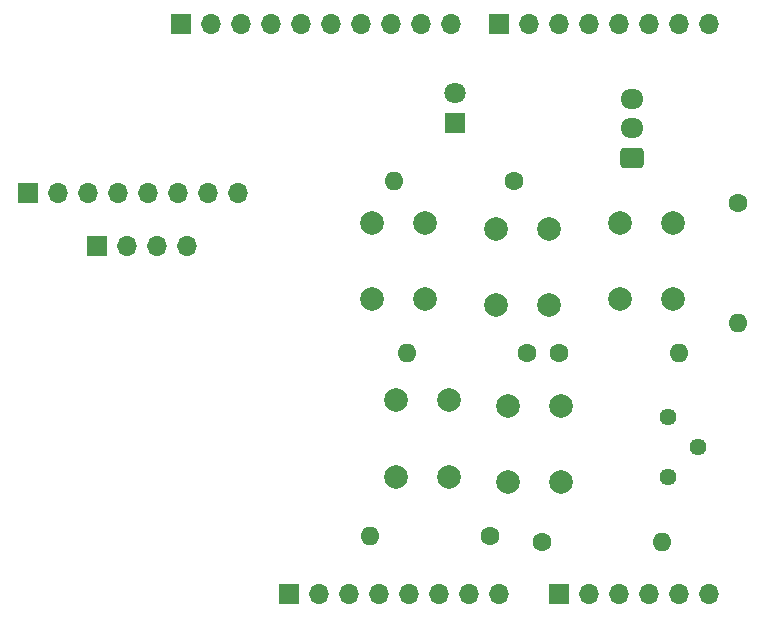
<source format=gbr>
%TF.GenerationSoftware,KiCad,Pcbnew,8.0.8*%
%TF.CreationDate,2025-02-03T17:03:31-07:00*%
%TF.ProjectId,Arduino_uno_Shield,41726475-696e-46f5-9f75-6e6f5f536869,rev?*%
%TF.SameCoordinates,Original*%
%TF.FileFunction,Paste,Top*%
%TF.FilePolarity,Positive*%
%FSLAX46Y46*%
G04 Gerber Fmt 4.6, Leading zero omitted, Abs format (unit mm)*
G04 Created by KiCad (PCBNEW 8.0.8) date 2025-02-03 17:03:31*
%MOMM*%
%LPD*%
G01*
G04 APERTURE LIST*
G04 Aperture macros list*
%AMRoundRect*
0 Rectangle with rounded corners*
0 $1 Rounding radius*
0 $2 $3 $4 $5 $6 $7 $8 $9 X,Y pos of 4 corners*
0 Add a 4 corners polygon primitive as box body*
4,1,4,$2,$3,$4,$5,$6,$7,$8,$9,$2,$3,0*
0 Add four circle primitives for the rounded corners*
1,1,$1+$1,$2,$3*
1,1,$1+$1,$4,$5*
1,1,$1+$1,$6,$7*
1,1,$1+$1,$8,$9*
0 Add four rect primitives between the rounded corners*
20,1,$1+$1,$2,$3,$4,$5,0*
20,1,$1+$1,$4,$5,$6,$7,0*
20,1,$1+$1,$6,$7,$8,$9,0*
20,1,$1+$1,$8,$9,$2,$3,0*%
G04 Aperture macros list end*
%ADD10O,1.700000X1.700000*%
%ADD11R,1.700000X1.700000*%
%ADD12C,2.000000*%
%ADD13O,1.600000X1.600000*%
%ADD14C,1.600000*%
%ADD15C,1.440000*%
%ADD16C,1.800000*%
%ADD17R,1.800000X1.800000*%
%ADD18O,1.950000X1.700000*%
%ADD19RoundRect,0.250000X0.725000X-0.600000X0.725000X0.600000X-0.725000X0.600000X-0.725000X-0.600000X0*%
G04 APERTURE END LIST*
D10*
%TO.C,J1*%
X145720000Y-97460000D03*
X143180000Y-97460000D03*
X140640000Y-97460000D03*
X138100000Y-97460000D03*
X135560000Y-97460000D03*
X133020000Y-97460000D03*
X130480000Y-97460000D03*
D11*
X127940000Y-97460000D03*
%TD*%
D10*
%TO.C,J3*%
X163500000Y-97460000D03*
X160960000Y-97460000D03*
X158420000Y-97460000D03*
X155880000Y-97460000D03*
X153340000Y-97460000D03*
D11*
X150800000Y-97460000D03*
%TD*%
D10*
%TO.C,J2*%
X141656000Y-49200000D03*
X139116000Y-49200000D03*
X136576000Y-49200000D03*
X134036000Y-49200000D03*
X131496000Y-49200000D03*
X128956000Y-49200000D03*
X126416000Y-49200000D03*
X123876000Y-49200000D03*
X121336000Y-49200000D03*
D11*
X118796000Y-49200000D03*
%TD*%
D10*
%TO.C,J4*%
X163500000Y-49200000D03*
X160960000Y-49200000D03*
X158420000Y-49200000D03*
X155880000Y-49200000D03*
X153340000Y-49200000D03*
X150800000Y-49200000D03*
X148260000Y-49200000D03*
D11*
X145720000Y-49200000D03*
%TD*%
D12*
%TO.C,SW1*%
X135000000Y-72500000D03*
X135000000Y-66000000D03*
X139500000Y-72500000D03*
X139500000Y-66000000D03*
%TD*%
D13*
%TO.C,R4*%
X161000000Y-77000000D03*
D14*
X150840000Y-77000000D03*
%TD*%
D13*
%TO.C,R5*%
X159500000Y-93000000D03*
D14*
X149340000Y-93000000D03*
%TD*%
D15*
%TO.C,RV1*%
X160015000Y-82460000D03*
X162555000Y-85000000D03*
X160015000Y-87540000D03*
%TD*%
D12*
%TO.C,SW2*%
X156000000Y-72500000D03*
X156000000Y-66000000D03*
X160500000Y-72500000D03*
X160500000Y-66000000D03*
%TD*%
%TO.C,SW3*%
X150000000Y-66500000D03*
X150000000Y-73000000D03*
X145500000Y-66500000D03*
X145500000Y-73000000D03*
%TD*%
%TO.C,SW5*%
X137000000Y-87500000D03*
X137000000Y-81000000D03*
X141500000Y-87500000D03*
X141500000Y-81000000D03*
%TD*%
D13*
%TO.C,R6*%
X134840000Y-92500000D03*
D14*
X145000000Y-92500000D03*
%TD*%
D10*
%TO.C,J9*%
X123660000Y-63500000D03*
X121120000Y-63500000D03*
X118580000Y-63500000D03*
X116040000Y-63500000D03*
X113500000Y-63500000D03*
X110960000Y-63500000D03*
X108420000Y-63500000D03*
D11*
X105880000Y-63500000D03*
%TD*%
D10*
%TO.C,J10*%
X119320000Y-67975000D03*
X116780000Y-67975000D03*
X114240000Y-67975000D03*
D11*
X111700000Y-67975000D03*
%TD*%
D13*
%TO.C,R1*%
X136840000Y-62500000D03*
D14*
X147000000Y-62500000D03*
%TD*%
D13*
%TO.C,R3*%
X166000000Y-74500000D03*
D14*
X166000000Y-64340000D03*
%TD*%
D13*
%TO.C,R2*%
X137920000Y-77000000D03*
D14*
X148080000Y-77000000D03*
%TD*%
D12*
%TO.C,SW4*%
X151000000Y-81500000D03*
X151000000Y-88000000D03*
X146500000Y-81500000D03*
X146500000Y-88000000D03*
%TD*%
D16*
%TO.C,D1*%
X142000000Y-55000000D03*
D17*
X142000000Y-57540000D03*
%TD*%
D18*
%TO.C,J11*%
X157000000Y-55500000D03*
X157000000Y-58000000D03*
D19*
X157000000Y-60500000D03*
%TD*%
M02*

</source>
